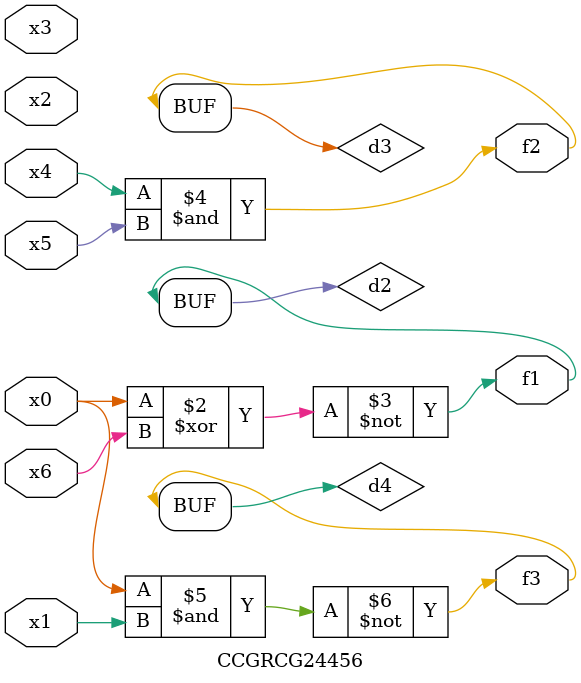
<source format=v>
module CCGRCG24456(
	input x0, x1, x2, x3, x4, x5, x6,
	output f1, f2, f3
);

	wire d1, d2, d3, d4;

	nor (d1, x0);
	xnor (d2, x0, x6);
	and (d3, x4, x5);
	nand (d4, x0, x1);
	assign f1 = d2;
	assign f2 = d3;
	assign f3 = d4;
endmodule

</source>
